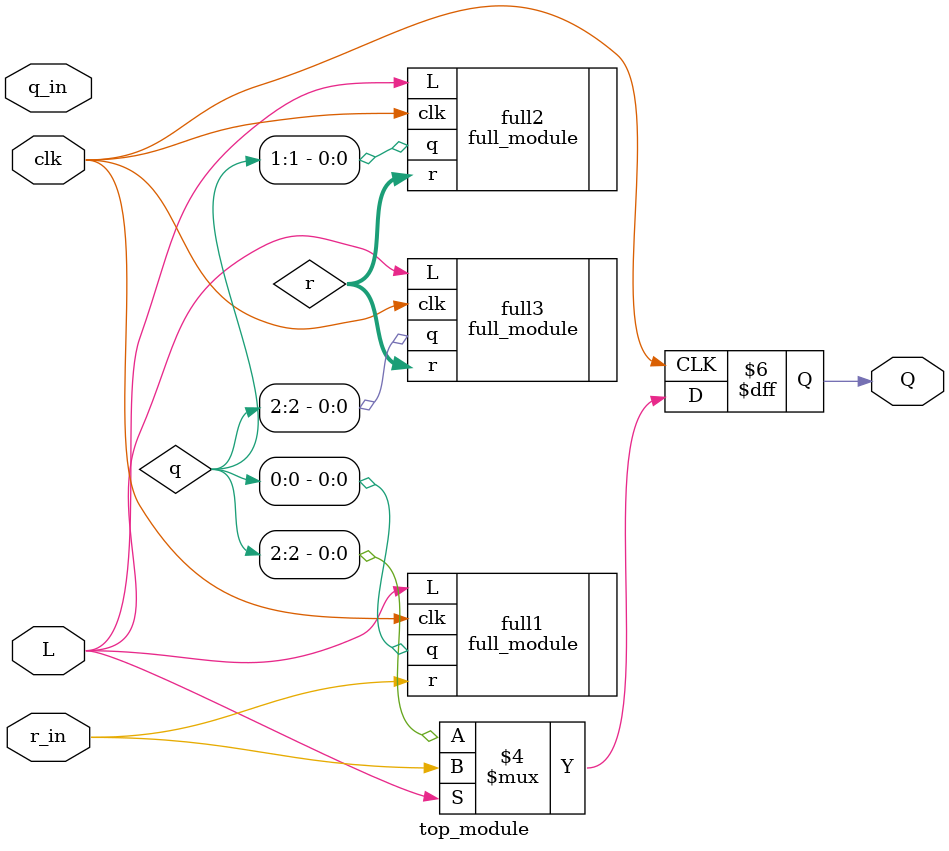
<source format=sv>
module top_module(
    input clk,
    input L,
    input q_in,
    input r_in,
    output reg Q);

    wire [2:0] r;
    wire [2:0] q;

    full_module full1(
        .clk(clk),
        .L(L),
        .r(r_in),
        .q(q[0])
    );

    full_module full2(
        .clk(clk),
        .L(L),
        .r(r),
        .q(q[1])
    );

    full_module full3(
        .clk(clk),
        .L(L),
        .r(r),
        .q(q[2])
    );

    always @(posedge clk) begin
        if (L) begin
            Q <= r_in;
        end else begin
            Q <= {q[1] ^ q[2], q_in, q[2]};
        end
    end
    
endmodule

</source>
